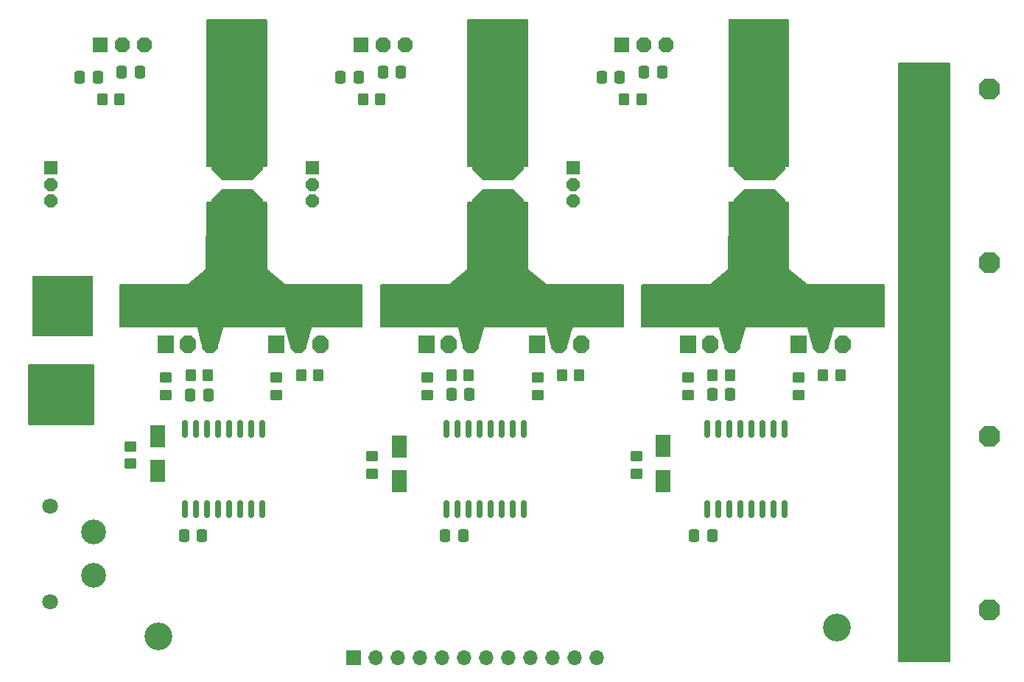
<source format=gbr>
%TF.GenerationSoftware,KiCad,Pcbnew,(7.0.0)*%
%TF.CreationDate,2023-04-01T11:09:39+07:00*%
%TF.ProjectId,gut-kontrol-1kW,6775742d-6b6f-46e7-9472-6f6c2d316b57,rev?*%
%TF.SameCoordinates,Original*%
%TF.FileFunction,Soldermask,Top*%
%TF.FilePolarity,Negative*%
%FSLAX46Y46*%
G04 Gerber Fmt 4.6, Leading zero omitted, Abs format (unit mm)*
G04 Created by KiCad (PCBNEW (7.0.0)) date 2023-04-01 11:09:39*
%MOMM*%
%LPD*%
G01*
G04 APERTURE LIST*
G04 Aperture macros list*
%AMRoundRect*
0 Rectangle with rounded corners*
0 $1 Rounding radius*
0 $2 $3 $4 $5 $6 $7 $8 $9 X,Y pos of 4 corners*
0 Add a 4 corners polygon primitive as box body*
4,1,4,$2,$3,$4,$5,$6,$7,$8,$9,$2,$3,0*
0 Add four circle primitives for the rounded corners*
1,1,$1+$1,$2,$3*
1,1,$1+$1,$4,$5*
1,1,$1+$1,$6,$7*
1,1,$1+$1,$8,$9*
0 Add four rect primitives between the rounded corners*
20,1,$1+$1,$2,$3,$4,$5,0*
20,1,$1+$1,$4,$5,$6,$7,0*
20,1,$1+$1,$6,$7,$8,$9,0*
20,1,$1+$1,$8,$9,$2,$3,0*%
%AMFreePoly0*
4,1,17,1.174443,2.785355,2.785356,1.174443,2.800000,1.139088,2.800000,-1.139088,2.785356,-1.174443,1.174443,-2.785355,1.139088,-2.800000,-1.139088,-2.800000,-1.174443,-2.785356,-2.785355,-1.174443,-2.800000,-1.139088,-2.800000,1.139088,-2.785354,1.174443,-1.174443,2.785356,-1.139088,2.800000,1.139088,2.800000,1.174443,2.785355,1.174443,2.785355,$1*%
%AMFreePoly1*
4,1,13,0.937855,0.985355,0.952500,0.950000,0.952500,-0.950000,0.937855,-0.985355,0.902500,-1.000000,-0.902500,-1.000000,-0.937855,-0.985355,-0.952500,-0.950000,-0.952500,0.950000,-0.937855,0.985355,-0.902500,1.000000,0.902500,1.000000,0.937855,0.985355,0.937855,0.985355,$1*%
%AMFreePoly2*
4,1,17,0.409183,0.985355,0.937855,0.456683,0.952500,0.421328,0.952500,-0.421328,0.937855,-0.456683,0.409183,-0.985355,0.373828,-1.000000,-0.373828,-1.000000,-0.409183,-0.985355,-0.937855,-0.456683,-0.952500,-0.421328,-0.952500,0.421328,-0.937855,0.456683,-0.409183,0.985355,-0.373828,1.000000,0.373828,1.000000,0.409183,0.985355,0.409183,0.985355,$1*%
%AMFreePoly3*
4,1,14,0.735355,0.735355,0.750000,0.700000,0.750000,-0.700000,0.735355,-0.735355,0.700000,-0.750000,0.000000,-0.750000,-0.700000,-0.750000,-0.735355,-0.735355,-0.750000,-0.700000,-0.750000,0.700000,-0.735355,0.735355,-0.700000,0.750000,0.700000,0.750000,0.735355,0.735355,0.735355,0.735355,$1*%
%AMFreePoly4*
4,1,18,0.325305,0.735355,0.735355,0.325305,0.750000,0.289950,0.750000,-0.289950,0.735355,-0.325306,0.325305,-0.735355,0.289950,-0.750000,0.000000,-0.750000,-0.289950,-0.750000,-0.325306,-0.735355,-0.735355,-0.325305,-0.750000,-0.289950,-0.750000,0.289950,-0.735355,0.325305,-0.325306,0.735355,-0.289950,0.750000,0.289950,0.750000,0.325305,0.735355,0.325305,0.735355,$1*%
%AMFreePoly5*
4,1,18,0.180331,0.385355,0.385355,0.180330,0.400000,0.144975,0.400000,-0.144975,0.385355,-0.180331,0.180330,-0.385355,0.144975,-0.400000,0.000000,-0.400000,-0.144975,-0.400000,-0.180330,-0.385354,-0.385355,-0.180330,-0.400000,-0.144975,-0.400000,0.144975,-0.385355,0.180331,-0.180330,0.385355,-0.144975,0.400000,0.144975,0.400000,0.180331,0.385355,0.180331,0.385355,$1*%
%AMFreePoly6*
4,1,17,3.272004,2.985355,4.485355,1.772004,4.500000,1.736649,4.500000,-1.736649,4.485355,-1.772005,3.272004,-2.985355,3.236649,-3.000000,-3.236649,-3.000000,-3.272005,-2.985355,-4.485355,-1.772004,-4.500000,-1.736649,-4.500000,1.736649,-4.485354,1.772004,-3.272005,2.985355,-3.236649,3.000000,3.236649,3.000000,3.272004,2.985355,3.272004,2.985355,$1*%
%AMFreePoly7*
4,1,13,0.835355,0.835355,0.850000,0.800000,0.850000,-0.800000,0.835355,-0.835355,0.800000,-0.850000,-0.800000,-0.850000,-0.835355,-0.835355,-0.850000,-0.800000,-0.850000,0.800000,-0.835355,0.835355,-0.800000,0.850000,0.800000,0.850000,0.835355,0.835355,0.835355,0.835355,$1*%
%AMFreePoly8*
4,1,17,0.366726,0.835355,0.835355,0.366726,0.850000,0.331371,0.850000,-0.331371,0.835355,-0.366727,0.366726,-0.835355,0.331371,-0.850000,-0.331371,-0.850000,-0.366727,-0.835355,-0.835355,-0.366726,-0.850000,-0.331371,-0.850000,0.331371,-0.835355,0.366726,-0.366727,0.835355,-0.331371,0.850000,0.331371,0.850000,0.366726,0.835355,0.366726,0.835355,$1*%
%AMFreePoly9*
4,1,13,1.185355,1.185355,1.200000,1.150000,1.200000,-1.150000,1.185355,-1.185355,1.150000,-1.200000,-1.150000,-1.200000,-1.185355,-1.185355,-1.200000,-1.150000,-1.200000,1.150000,-1.185355,1.185355,-1.150000,1.200000,1.150000,1.200000,1.185355,1.185355,1.185355,1.185355,$1*%
%AMFreePoly10*
4,1,17,0.511701,1.185355,1.185356,0.511701,1.200000,0.476346,1.200000,-0.476346,1.185356,-0.511701,0.511701,-1.185355,0.476346,-1.200000,-0.476346,-1.200000,-0.511701,-1.185356,-1.185355,-0.511701,-1.200000,-0.476346,-1.200000,0.476346,-1.185354,0.511701,-0.511701,1.185356,-0.476346,1.200000,0.476346,1.200000,0.511701,1.185355,0.511701,1.185355,$1*%
G04 Aperture macros list end*
%ADD10RoundRect,0.250000X0.337500X0.475000X-0.337500X0.475000X-0.337500X-0.475000X0.337500X-0.475000X0*%
%ADD11C,3.200000*%
%ADD12RoundRect,0.250000X-0.350000X-0.450000X0.350000X-0.450000X0.350000X0.450000X-0.350000X0.450000X0*%
%ADD13RoundRect,0.250000X0.450000X-0.350000X0.450000X0.350000X-0.450000X0.350000X-0.450000X-0.350000X0*%
%ADD14FreePoly0,0.000000*%
%ADD15FreePoly1,0.000000*%
%ADD16FreePoly2,0.000000*%
%ADD17FreePoly3,270.000000*%
%ADD18FreePoly4,270.000000*%
%ADD19FreePoly5,335.000000*%
%ADD20FreePoly5,205.000000*%
%ADD21FreePoly5,270.000000*%
%ADD22FreePoly6,270.000000*%
%ADD23RoundRect,0.250000X-0.337500X-0.475000X0.337500X-0.475000X0.337500X0.475000X-0.337500X0.475000X0*%
%ADD24RoundRect,0.250000X0.350000X0.450000X-0.350000X0.450000X-0.350000X-0.450000X0.350000X-0.450000X0*%
%ADD25R,1.800000X2.500000*%
%ADD26FreePoly7,90.000000*%
%ADD27FreePoly8,90.000000*%
%ADD28R,1.700000X1.700000*%
%ADD29O,1.700000X1.700000*%
%ADD30RoundRect,0.150000X-0.150000X0.875000X-0.150000X-0.875000X0.150000X-0.875000X0.150000X0.875000X0*%
%ADD31FreePoly9,0.000000*%
%ADD32FreePoly10,0.000000*%
%ADD33C,1.800000*%
%ADD34C,2.850000*%
G04 APERTURE END LIST*
D10*
%TO.C,C1*%
X60749000Y-96266000D03*
X58674000Y-96266000D03*
%TD*%
D11*
%TO.C,REF\u002A\u002A*%
X55000000Y-124000000D03*
%TD*%
D12*
%TO.C,R17*%
X78530000Y-62230000D03*
X80530000Y-62230000D03*
%TD*%
D13*
%TO.C,R6*%
X79577000Y-105317064D03*
X79577000Y-103317064D03*
%TD*%
D14*
%TO.C,J1*%
X64200000Y-57000000D03*
%TD*%
D15*
%TO.C,Q1*%
X55850000Y-90390000D03*
D16*
X58390000Y-90390000D03*
X60930000Y-90390000D03*
%TD*%
D17*
%TO.C,U5*%
X72675000Y-70100000D03*
D18*
X72675000Y-72010000D03*
X72675000Y-73920000D03*
D19*
X94705000Y-73060000D03*
D20*
X93445000Y-73060000D03*
D21*
X95735000Y-73810000D03*
X92415000Y-73810000D03*
X96125000Y-75010000D03*
X92025000Y-75010000D03*
X96125000Y-76340000D03*
X92025000Y-76340000D03*
D22*
X94075000Y-77010000D03*
D21*
X96125000Y-77680000D03*
X92025000Y-77680000D03*
X96125000Y-79010000D03*
X92025000Y-79010000D03*
X95735000Y-80210000D03*
X92415000Y-80210000D03*
X94705000Y-80960000D03*
X93445000Y-80960000D03*
X94705000Y-63060000D03*
X93445000Y-63060000D03*
X95735000Y-63810000D03*
X92415000Y-63810000D03*
X96125000Y-65010000D03*
X92025000Y-65010000D03*
X96125000Y-66340000D03*
X92025000Y-66340000D03*
D22*
X94075000Y-67010000D03*
D21*
X96125000Y-67680000D03*
X92025000Y-67680000D03*
X96125000Y-69010000D03*
X92025000Y-69010000D03*
X95735000Y-70210000D03*
X92415000Y-70210000D03*
D20*
X94705000Y-70960000D03*
D19*
X93445000Y-70960000D03*
%TD*%
D23*
%TO.C,C15*%
X75952500Y-59690000D03*
X78027500Y-59690000D03*
%TD*%
D24*
%TO.C,R12*%
X90690000Y-93964000D03*
X88690000Y-93964000D03*
%TD*%
D25*
%TO.C,D3*%
X113025531Y-102122935D03*
X113025531Y-106122935D03*
%TD*%
D15*
%TO.C,Q3*%
X85850000Y-90390000D03*
D16*
X88390000Y-90390000D03*
X90930000Y-90390000D03*
%TD*%
D24*
%TO.C,R13*%
X103390000Y-93964000D03*
X101390000Y-93964000D03*
%TD*%
D13*
%TO.C,R7*%
X109925532Y-105300000D03*
X109925532Y-103300000D03*
%TD*%
D25*
%TO.C,D2*%
X82676999Y-102139999D03*
X82676999Y-106139999D03*
%TD*%
D12*
%TO.C,R18*%
X108530000Y-62230000D03*
X110530000Y-62230000D03*
%TD*%
D13*
%TO.C,R9*%
X98580000Y-96234000D03*
X98580000Y-94234000D03*
%TD*%
D26*
%TO.C,J10*%
X108275000Y-55915000D03*
D27*
X110815000Y-55915000D03*
X113355000Y-55915000D03*
%TD*%
D23*
%TO.C,C14*%
X45952500Y-59690000D03*
X48027500Y-59690000D03*
%TD*%
D15*
%TO.C,Q2*%
X68550000Y-90390000D03*
D16*
X71090000Y-90390000D03*
X73630000Y-90390000D03*
%TD*%
D23*
%TO.C,C16*%
X105952500Y-59690000D03*
X108027500Y-59690000D03*
%TD*%
D13*
%TO.C,R2*%
X55880000Y-96234000D03*
X55880000Y-94234000D03*
%TD*%
D10*
%TO.C,C5*%
X90742500Y-96164000D03*
X88667500Y-96164000D03*
%TD*%
D14*
%TO.C,J4*%
X44000000Y-86000000D03*
%TD*%
D10*
%TO.C,C6*%
X120742500Y-96164000D03*
X118667500Y-96164000D03*
%TD*%
D15*
%TO.C,Q6*%
X128550000Y-90390000D03*
D16*
X131090000Y-90390000D03*
X133630000Y-90390000D03*
%TD*%
D13*
%TO.C,R11*%
X128580000Y-96234000D03*
X128580000Y-94234000D03*
%TD*%
D28*
%TO.C,J7*%
X77469999Y-126491999D03*
D29*
X80009999Y-126491999D03*
X82549999Y-126491999D03*
X85089999Y-126491999D03*
X87629999Y-126491999D03*
X90169999Y-126491999D03*
X92709999Y-126491999D03*
X95249999Y-126491999D03*
X97789999Y-126491999D03*
X100329999Y-126491999D03*
X102869999Y-126491999D03*
X105409999Y-126491999D03*
%TD*%
D14*
%TO.C,J3*%
X124200000Y-57000000D03*
%TD*%
D30*
%TO.C,U1*%
X66975000Y-100114000D03*
X65705000Y-100114000D03*
X64435000Y-100114000D03*
X63165000Y-100114000D03*
X61895000Y-100114000D03*
X60625000Y-100114000D03*
X59355000Y-100114000D03*
X58085000Y-100114000D03*
X58085000Y-109414000D03*
X59355000Y-109414000D03*
X60625000Y-109414000D03*
X61895000Y-109414000D03*
X63165000Y-109414000D03*
X64435000Y-109414000D03*
X65705000Y-109414000D03*
X66975000Y-109414000D03*
%TD*%
D10*
%TO.C,C11*%
X52875000Y-59055000D03*
X50800000Y-59055000D03*
%TD*%
D31*
%TO.C,C10*%
X143000000Y-121000000D03*
D32*
X150500000Y-121000000D03*
%TD*%
D15*
%TO.C,Q4*%
X98550000Y-90390000D03*
D16*
X101090000Y-90390000D03*
X103630000Y-90390000D03*
%TD*%
D24*
%TO.C,R14*%
X120690000Y-93964000D03*
X118690000Y-93964000D03*
%TD*%
D26*
%TO.C,J8*%
X48275000Y-55915000D03*
D27*
X50815000Y-55915000D03*
X53355000Y-55915000D03*
%TD*%
D13*
%TO.C,R10*%
X115880000Y-96234000D03*
X115880000Y-94234000D03*
%TD*%
D33*
%TO.C,U7*%
X42545000Y-120015000D03*
X42545000Y-109015000D03*
D34*
X47545000Y-117015000D03*
X47545000Y-112015000D03*
%TD*%
D14*
%TO.C,J2*%
X94200000Y-57000000D03*
%TD*%
D17*
%TO.C,U6*%
X102675000Y-70100000D03*
D18*
X102675000Y-72010000D03*
X102675000Y-73920000D03*
D19*
X124705000Y-73060000D03*
D20*
X123445000Y-73060000D03*
D21*
X125735000Y-73810000D03*
X122415000Y-73810000D03*
X126125000Y-75010000D03*
X122025000Y-75010000D03*
X126125000Y-76340000D03*
X122025000Y-76340000D03*
D22*
X124075000Y-77010000D03*
D21*
X126125000Y-77680000D03*
X122025000Y-77680000D03*
X126125000Y-79010000D03*
X122025000Y-79010000D03*
X125735000Y-80210000D03*
X122415000Y-80210000D03*
X124705000Y-80960000D03*
X123445000Y-80960000D03*
X124705000Y-63060000D03*
X123445000Y-63060000D03*
X125735000Y-63810000D03*
X122415000Y-63810000D03*
X126125000Y-65010000D03*
X122025000Y-65010000D03*
X126125000Y-66340000D03*
X122025000Y-66340000D03*
D22*
X124075000Y-67010000D03*
D21*
X126125000Y-67680000D03*
X122025000Y-67680000D03*
X126125000Y-69010000D03*
X122025000Y-69010000D03*
X125735000Y-70210000D03*
X122415000Y-70210000D03*
D20*
X124705000Y-70960000D03*
D19*
X123445000Y-70960000D03*
%TD*%
D31*
%TO.C,C9*%
X143000000Y-101000000D03*
D32*
X150500000Y-101000000D03*
%TD*%
D25*
%TO.C,D1*%
X54924935Y-100962935D03*
X54924935Y-104962935D03*
%TD*%
D24*
%TO.C,R15*%
X133390000Y-93964000D03*
X131390000Y-93964000D03*
%TD*%
D23*
%TO.C,C2*%
X57962500Y-112404000D03*
X60037500Y-112404000D03*
%TD*%
D26*
%TO.C,J9*%
X78275000Y-55915000D03*
D27*
X80815000Y-55915000D03*
X83355000Y-55915000D03*
%TD*%
D14*
%TO.C,J5*%
X44000000Y-95885000D03*
%TD*%
D13*
%TO.C,R3*%
X68580000Y-96234000D03*
X68580000Y-94234000D03*
%TD*%
D30*
%TO.C,U4*%
X126975000Y-100114000D03*
X125705000Y-100114000D03*
X124435000Y-100114000D03*
X123165000Y-100114000D03*
X121895000Y-100114000D03*
X120625000Y-100114000D03*
X119355000Y-100114000D03*
X118085000Y-100114000D03*
X118085000Y-109414000D03*
X119355000Y-109414000D03*
X120625000Y-109414000D03*
X121895000Y-109414000D03*
X123165000Y-109414000D03*
X124435000Y-109414000D03*
X125705000Y-109414000D03*
X126975000Y-109414000D03*
%TD*%
D13*
%TO.C,R8*%
X85880000Y-96234000D03*
X85880000Y-94234000D03*
%TD*%
D30*
%TO.C,U3*%
X96975000Y-100114000D03*
X95705000Y-100114000D03*
X94435000Y-100114000D03*
X93165000Y-100114000D03*
X91895000Y-100114000D03*
X90625000Y-100114000D03*
X89355000Y-100114000D03*
X88085000Y-100114000D03*
X88085000Y-109414000D03*
X89355000Y-109414000D03*
X90625000Y-109414000D03*
X91895000Y-109414000D03*
X93165000Y-109414000D03*
X94435000Y-109414000D03*
X95705000Y-109414000D03*
X96975000Y-109414000D03*
%TD*%
D11*
%TO.C,REF\u002A\u002A*%
X133000000Y-123000000D03*
%TD*%
D10*
%TO.C,C13*%
X112875000Y-59055000D03*
X110800000Y-59055000D03*
%TD*%
D24*
%TO.C,R5*%
X73390000Y-93964000D03*
X71390000Y-93964000D03*
%TD*%
D23*
%TO.C,C3*%
X87962500Y-112404000D03*
X90037500Y-112404000D03*
%TD*%
D13*
%TO.C,R1*%
X51824936Y-104140000D03*
X51824936Y-102140000D03*
%TD*%
D23*
%TO.C,C4*%
X116558500Y-112400000D03*
X118633500Y-112400000D03*
%TD*%
D31*
%TO.C,C7*%
X143000000Y-61000000D03*
D32*
X150500000Y-61000000D03*
%TD*%
D24*
%TO.C,R4*%
X60690000Y-93964000D03*
X58690000Y-93964000D03*
%TD*%
D10*
%TO.C,C12*%
X82875000Y-59055000D03*
X80800000Y-59055000D03*
%TD*%
D15*
%TO.C,Q5*%
X115850000Y-90390000D03*
D16*
X118390000Y-90390000D03*
X120930000Y-90390000D03*
%TD*%
D31*
%TO.C,C8*%
X143000000Y-81000000D03*
D32*
X150500000Y-81000000D03*
%TD*%
D12*
%TO.C,R16*%
X48530000Y-62230000D03*
X50530000Y-62230000D03*
%TD*%
D17*
%TO.C,U2*%
X42675000Y-70100000D03*
D18*
X42675000Y-72010000D03*
X42675000Y-73920000D03*
D19*
X64705000Y-73060000D03*
D20*
X63445000Y-73060000D03*
D21*
X65735000Y-73810000D03*
X62415000Y-73810000D03*
X66125000Y-75010000D03*
X62025000Y-75010000D03*
X66125000Y-76340000D03*
X62025000Y-76340000D03*
D22*
X64075000Y-77010000D03*
D21*
X66125000Y-77680000D03*
X62025000Y-77680000D03*
X66125000Y-79010000D03*
X62025000Y-79010000D03*
X65735000Y-80210000D03*
X62415000Y-80210000D03*
X64705000Y-80960000D03*
X63445000Y-80960000D03*
X64705000Y-63060000D03*
X63445000Y-63060000D03*
X65735000Y-63810000D03*
X62415000Y-63810000D03*
X66125000Y-65010000D03*
X62025000Y-65010000D03*
X66125000Y-66340000D03*
X62025000Y-66340000D03*
D22*
X64075000Y-67010000D03*
D21*
X66125000Y-67680000D03*
X62025000Y-67680000D03*
X66125000Y-69010000D03*
X62025000Y-69010000D03*
X65735000Y-70210000D03*
X62415000Y-70210000D03*
D20*
X64705000Y-70960000D03*
D19*
X63445000Y-70960000D03*
%TD*%
G36*
X145937000Y-58016881D02*
G01*
X145983119Y-58063000D01*
X146000000Y-58126000D01*
X146000000Y-126874000D01*
X145983119Y-126937000D01*
X145937000Y-126983119D01*
X145874000Y-127000000D01*
X140126000Y-127000000D01*
X140063000Y-126983119D01*
X140016881Y-126937000D01*
X140000000Y-126874000D01*
X140000000Y-58126000D01*
X140016881Y-58063000D01*
X140063000Y-58016881D01*
X140126000Y-58000000D01*
X145874000Y-58000000D01*
X145937000Y-58016881D01*
G37*
G36*
X62487051Y-88138147D02*
G01*
X62502445Y-88138892D01*
X62514582Y-88140070D01*
X62526825Y-88141860D01*
X62538802Y-88144209D01*
X62550810Y-88147174D01*
X62562476Y-88150661D01*
X62574141Y-88154771D01*
X62585434Y-88159375D01*
X62596661Y-88164600D01*
X62607453Y-88170274D01*
X62618101Y-88176547D01*
X62628296Y-88183238D01*
X62638307Y-88190525D01*
X62647801Y-88198164D01*
X62657049Y-88206373D01*
X62665769Y-88214902D01*
X62674181Y-88223968D01*
X62682030Y-88233295D01*
X62689530Y-88243136D01*
X62696444Y-88253182D01*
X62702960Y-88263706D01*
X62708868Y-88274368D01*
X62714332Y-88285463D01*
X62719182Y-88296646D01*
X62723546Y-88308211D01*
X62727292Y-88319807D01*
X62730524Y-88331760D01*
X62733134Y-88343671D01*
X62734713Y-88353023D01*
X62731998Y-88407274D01*
X62706698Y-88455342D01*
X62663513Y-88488291D01*
X62610471Y-88500000D01*
X62468029Y-88500000D01*
X62456275Y-88502592D01*
X62450659Y-88513238D01*
X61950662Y-90331410D01*
X61925338Y-90379413D01*
X61882172Y-90412311D01*
X61829172Y-90424000D01*
X60042378Y-90424000D01*
X59988489Y-90411894D01*
X59944954Y-90377904D01*
X59920140Y-90328560D01*
X59466389Y-88513558D01*
X59460914Y-88502671D01*
X59449022Y-88500000D01*
X59309441Y-88500000D01*
X59255892Y-88488055D01*
X59212496Y-88454483D01*
X59187481Y-88405652D01*
X59185592Y-88350819D01*
X59187746Y-88339311D01*
X59190525Y-88327592D01*
X59193906Y-88315863D01*
X59197789Y-88304468D01*
X59202280Y-88293100D01*
X59207229Y-88282135D01*
X59212776Y-88271262D01*
X59218756Y-88260808D01*
X59225321Y-88250506D01*
X59232268Y-88240674D01*
X59239789Y-88231042D01*
X59247632Y-88221930D01*
X59256027Y-88213069D01*
X59264724Y-88204728D01*
X59273938Y-88196700D01*
X59283374Y-88189239D01*
X59293298Y-88182136D01*
X59303415Y-88175603D01*
X59313994Y-88169467D01*
X59324685Y-88163931D01*
X59335768Y-88158848D01*
X59346924Y-88154362D01*
X59358480Y-88150345D01*
X59370033Y-88146939D01*
X59381890Y-88144051D01*
X59393713Y-88141764D01*
X59405806Y-88140019D01*
X59417784Y-88138871D01*
X59432990Y-88138144D01*
X59439007Y-88138000D01*
X62480960Y-88138000D01*
X62487051Y-88138147D01*
G37*
G36*
X122487051Y-88138147D02*
G01*
X122502445Y-88138892D01*
X122514582Y-88140070D01*
X122526825Y-88141860D01*
X122538802Y-88144209D01*
X122550810Y-88147174D01*
X122562476Y-88150661D01*
X122574141Y-88154771D01*
X122585434Y-88159375D01*
X122596661Y-88164600D01*
X122607453Y-88170274D01*
X122618101Y-88176547D01*
X122628296Y-88183238D01*
X122638307Y-88190525D01*
X122647801Y-88198164D01*
X122657049Y-88206373D01*
X122665769Y-88214902D01*
X122674181Y-88223968D01*
X122682030Y-88233295D01*
X122689530Y-88243136D01*
X122696444Y-88253182D01*
X122702960Y-88263706D01*
X122708868Y-88274368D01*
X122714332Y-88285463D01*
X122719182Y-88296646D01*
X122723546Y-88308211D01*
X122727292Y-88319807D01*
X122730524Y-88331760D01*
X122733134Y-88343671D01*
X122734713Y-88353023D01*
X122731998Y-88407274D01*
X122706698Y-88455342D01*
X122663513Y-88488291D01*
X122610471Y-88500000D01*
X122468029Y-88500000D01*
X122456275Y-88502592D01*
X122450659Y-88513238D01*
X121950662Y-90331410D01*
X121925338Y-90379413D01*
X121882172Y-90412311D01*
X121829172Y-90424000D01*
X120042378Y-90424000D01*
X119988489Y-90411894D01*
X119944954Y-90377904D01*
X119920140Y-90328560D01*
X119466389Y-88513558D01*
X119460914Y-88502671D01*
X119449022Y-88500000D01*
X119309441Y-88500000D01*
X119255892Y-88488055D01*
X119212496Y-88454483D01*
X119187481Y-88405652D01*
X119185592Y-88350819D01*
X119187746Y-88339311D01*
X119190525Y-88327592D01*
X119193906Y-88315863D01*
X119197789Y-88304468D01*
X119202280Y-88293100D01*
X119207229Y-88282135D01*
X119212776Y-88271262D01*
X119218756Y-88260808D01*
X119225321Y-88250506D01*
X119232268Y-88240674D01*
X119239789Y-88231042D01*
X119247632Y-88221930D01*
X119256027Y-88213069D01*
X119264724Y-88204728D01*
X119273938Y-88196700D01*
X119283374Y-88189239D01*
X119293298Y-88182136D01*
X119303415Y-88175603D01*
X119313994Y-88169467D01*
X119324685Y-88163931D01*
X119335768Y-88158848D01*
X119346924Y-88154362D01*
X119358480Y-88150345D01*
X119370033Y-88146939D01*
X119381890Y-88144051D01*
X119393713Y-88141764D01*
X119405806Y-88140019D01*
X119417784Y-88138871D01*
X119432990Y-88138144D01*
X119439007Y-88138000D01*
X122480960Y-88138000D01*
X122487051Y-88138147D01*
G37*
G36*
X67437000Y-74016881D02*
G01*
X67483119Y-74063000D01*
X67500000Y-74126000D01*
X67500000Y-81773992D01*
X67502849Y-81786646D01*
X67510851Y-81796863D01*
X69587625Y-83493159D01*
X69596626Y-83498238D01*
X69606816Y-83500000D01*
X78374000Y-83500000D01*
X78437000Y-83516881D01*
X78483119Y-83563000D01*
X78500000Y-83626000D01*
X78500000Y-88374000D01*
X78483119Y-88437000D01*
X78437000Y-88483119D01*
X78374000Y-88500000D01*
X72644539Y-88500000D01*
X72632785Y-88502592D01*
X72627169Y-88513238D01*
X72586422Y-88661410D01*
X72561098Y-88709413D01*
X72517932Y-88742311D01*
X72464932Y-88754000D01*
X69752061Y-88754000D01*
X69698172Y-88741894D01*
X69654637Y-88707904D01*
X69629823Y-88658560D01*
X69593572Y-88513558D01*
X69588097Y-88502671D01*
X69576205Y-88500000D01*
X62468029Y-88500000D01*
X62456275Y-88502592D01*
X62450659Y-88513238D01*
X62409912Y-88661410D01*
X62384588Y-88709413D01*
X62341422Y-88742311D01*
X62288422Y-88754000D01*
X59624878Y-88754000D01*
X59570989Y-88741894D01*
X59527454Y-88707904D01*
X59502640Y-88658560D01*
X59466389Y-88513558D01*
X59460914Y-88502671D01*
X59449022Y-88500000D01*
X50626000Y-88500000D01*
X50563000Y-88483119D01*
X50516881Y-88437000D01*
X50500000Y-88374000D01*
X50500000Y-83626000D01*
X50516881Y-83563000D01*
X50563000Y-83516881D01*
X50626000Y-83500000D01*
X58408949Y-83500000D01*
X58419329Y-83498165D01*
X58428454Y-83492880D01*
X60442488Y-81796809D01*
X60450230Y-81786724D01*
X60453032Y-81774324D01*
X60499243Y-74125239D01*
X60516376Y-74062561D01*
X60562461Y-74016754D01*
X60625241Y-74000000D01*
X67374000Y-74000000D01*
X67437000Y-74016881D01*
G37*
G36*
X47437000Y-82516881D02*
G01*
X47483119Y-82563000D01*
X47500000Y-82626000D01*
X47500000Y-89374000D01*
X47483119Y-89437000D01*
X47437000Y-89483119D01*
X47374000Y-89500000D01*
X40626000Y-89500000D01*
X40563000Y-89483119D01*
X40516881Y-89437000D01*
X40500000Y-89374000D01*
X40500000Y-82626000D01*
X40516881Y-82563000D01*
X40563000Y-82516881D01*
X40626000Y-82500000D01*
X47374000Y-82500000D01*
X47437000Y-82516881D01*
G37*
G36*
X47577000Y-92706881D02*
G01*
X47623119Y-92753000D01*
X47640000Y-92816000D01*
X47640000Y-99564000D01*
X47623119Y-99627000D01*
X47577000Y-99673119D01*
X47514000Y-99690000D01*
X40131000Y-99690000D01*
X40068000Y-99673119D01*
X40021881Y-99627000D01*
X40005000Y-99564000D01*
X40005000Y-92816000D01*
X40021881Y-92753000D01*
X40068000Y-92706881D01*
X40131000Y-92690000D01*
X47514000Y-92690000D01*
X47577000Y-92706881D01*
G37*
G36*
X97437000Y-53016881D02*
G01*
X97483119Y-53063000D01*
X97500000Y-53126000D01*
X97500000Y-69874000D01*
X97483119Y-69937000D01*
X97437000Y-69983119D01*
X97374000Y-70000000D01*
X90626000Y-70000000D01*
X90563000Y-69983119D01*
X90516881Y-69937000D01*
X90500000Y-69874000D01*
X90500000Y-53126000D01*
X90516881Y-53063000D01*
X90563000Y-53016881D01*
X90626000Y-53000000D01*
X97374000Y-53000000D01*
X97437000Y-53016881D01*
G37*
G36*
X127437000Y-53016881D02*
G01*
X127483119Y-53063000D01*
X127500000Y-53126000D01*
X127500000Y-69874000D01*
X127483119Y-69937000D01*
X127437000Y-69983119D01*
X127374000Y-70000000D01*
X120626000Y-70000000D01*
X120563000Y-69983119D01*
X120516881Y-69937000D01*
X120500000Y-69874000D01*
X120500000Y-53126000D01*
X120516881Y-53063000D01*
X120563000Y-53016881D01*
X120626000Y-53000000D01*
X127374000Y-53000000D01*
X127437000Y-53016881D01*
G37*
G36*
X92487051Y-88138147D02*
G01*
X92502445Y-88138892D01*
X92514582Y-88140070D01*
X92526825Y-88141860D01*
X92538802Y-88144209D01*
X92550810Y-88147174D01*
X92562476Y-88150661D01*
X92574141Y-88154771D01*
X92585434Y-88159375D01*
X92596661Y-88164600D01*
X92607453Y-88170274D01*
X92618101Y-88176547D01*
X92628296Y-88183238D01*
X92638307Y-88190525D01*
X92647801Y-88198164D01*
X92657049Y-88206373D01*
X92665769Y-88214902D01*
X92674181Y-88223968D01*
X92682030Y-88233295D01*
X92689530Y-88243136D01*
X92696444Y-88253182D01*
X92702960Y-88263706D01*
X92708868Y-88274368D01*
X92714332Y-88285463D01*
X92719182Y-88296646D01*
X92723546Y-88308211D01*
X92727292Y-88319807D01*
X92730524Y-88331760D01*
X92733134Y-88343671D01*
X92734713Y-88353023D01*
X92731998Y-88407274D01*
X92706698Y-88455342D01*
X92663513Y-88488291D01*
X92610471Y-88500000D01*
X92468029Y-88500000D01*
X92456275Y-88502592D01*
X92450659Y-88513238D01*
X91950662Y-90331410D01*
X91925338Y-90379413D01*
X91882172Y-90412311D01*
X91829172Y-90424000D01*
X90042378Y-90424000D01*
X89988489Y-90411894D01*
X89944954Y-90377904D01*
X89920140Y-90328560D01*
X89466389Y-88513558D01*
X89460914Y-88502671D01*
X89449022Y-88500000D01*
X89309441Y-88500000D01*
X89255892Y-88488055D01*
X89212496Y-88454483D01*
X89187481Y-88405652D01*
X89185592Y-88350819D01*
X89187746Y-88339311D01*
X89190525Y-88327592D01*
X89193906Y-88315863D01*
X89197789Y-88304468D01*
X89202280Y-88293100D01*
X89207229Y-88282135D01*
X89212776Y-88271262D01*
X89218756Y-88260808D01*
X89225321Y-88250506D01*
X89232268Y-88240674D01*
X89239789Y-88231042D01*
X89247632Y-88221930D01*
X89256027Y-88213069D01*
X89264724Y-88204728D01*
X89273938Y-88196700D01*
X89283374Y-88189239D01*
X89293298Y-88182136D01*
X89303415Y-88175603D01*
X89313994Y-88169467D01*
X89324685Y-88163931D01*
X89335768Y-88158848D01*
X89346924Y-88154362D01*
X89358480Y-88150345D01*
X89370033Y-88146939D01*
X89381890Y-88144051D01*
X89393713Y-88141764D01*
X89405806Y-88140019D01*
X89417784Y-88138871D01*
X89432990Y-88138144D01*
X89439007Y-88138000D01*
X92480960Y-88138000D01*
X92487051Y-88138147D01*
G37*
G36*
X102637723Y-88232102D02*
G01*
X102653117Y-88232847D01*
X102665254Y-88234025D01*
X102677497Y-88235815D01*
X102689474Y-88238164D01*
X102701482Y-88241129D01*
X102713148Y-88244616D01*
X102724813Y-88248726D01*
X102736106Y-88253330D01*
X102747333Y-88258555D01*
X102758146Y-88264241D01*
X102760199Y-88265451D01*
X102805791Y-88311785D01*
X102822220Y-88374679D01*
X102805114Y-88437391D01*
X102759026Y-88483232D01*
X102696222Y-88500000D01*
X102644539Y-88500000D01*
X102632785Y-88502592D01*
X102627169Y-88513238D01*
X102101334Y-90425365D01*
X102076010Y-90473368D01*
X102032844Y-90506266D01*
X101979844Y-90517955D01*
X100193050Y-90517955D01*
X100139161Y-90505849D01*
X100095626Y-90471859D01*
X100070812Y-90422515D01*
X99593572Y-88513559D01*
X99588097Y-88502671D01*
X99576205Y-88500000D01*
X99525153Y-88500000D01*
X99462202Y-88483148D01*
X99416091Y-88437099D01*
X99399153Y-88374171D01*
X99415920Y-88311198D01*
X99461906Y-88265024D01*
X99464637Y-88263439D01*
X99475357Y-88257886D01*
X99486440Y-88252803D01*
X99497596Y-88248317D01*
X99509152Y-88244300D01*
X99520705Y-88240894D01*
X99532562Y-88238006D01*
X99544385Y-88235719D01*
X99556478Y-88233974D01*
X99568456Y-88232826D01*
X99583662Y-88232099D01*
X99589679Y-88231955D01*
X102631632Y-88231955D01*
X102637723Y-88232102D01*
G37*
G36*
X72637723Y-88232102D02*
G01*
X72653117Y-88232847D01*
X72665254Y-88234025D01*
X72677497Y-88235815D01*
X72689474Y-88238164D01*
X72701482Y-88241129D01*
X72713148Y-88244616D01*
X72724813Y-88248726D01*
X72736106Y-88253330D01*
X72747333Y-88258555D01*
X72758146Y-88264241D01*
X72760199Y-88265451D01*
X72805791Y-88311785D01*
X72822220Y-88374679D01*
X72805114Y-88437391D01*
X72759026Y-88483232D01*
X72696222Y-88500000D01*
X72644539Y-88500000D01*
X72632785Y-88502592D01*
X72627169Y-88513238D01*
X72101334Y-90425365D01*
X72076010Y-90473368D01*
X72032844Y-90506266D01*
X71979844Y-90517955D01*
X70193050Y-90517955D01*
X70139161Y-90505849D01*
X70095626Y-90471859D01*
X70070812Y-90422515D01*
X69593572Y-88513559D01*
X69588097Y-88502671D01*
X69576205Y-88500000D01*
X69525153Y-88500000D01*
X69462202Y-88483148D01*
X69416091Y-88437099D01*
X69399153Y-88374171D01*
X69415920Y-88311198D01*
X69461906Y-88265024D01*
X69464637Y-88263439D01*
X69475357Y-88257886D01*
X69486440Y-88252803D01*
X69497596Y-88248317D01*
X69509152Y-88244300D01*
X69520705Y-88240894D01*
X69532562Y-88238006D01*
X69544385Y-88235719D01*
X69556478Y-88233974D01*
X69568456Y-88232826D01*
X69583662Y-88232099D01*
X69589679Y-88231955D01*
X72631632Y-88231955D01*
X72637723Y-88232102D01*
G37*
G36*
X67437000Y-53016881D02*
G01*
X67483119Y-53063000D01*
X67500000Y-53126000D01*
X67500000Y-69874000D01*
X67483119Y-69937000D01*
X67437000Y-69983119D01*
X67374000Y-70000000D01*
X60626000Y-70000000D01*
X60563000Y-69983119D01*
X60516881Y-69937000D01*
X60500000Y-69874000D01*
X60500000Y-53126000D01*
X60516881Y-53063000D01*
X60563000Y-53016881D01*
X60626000Y-53000000D01*
X67374000Y-53000000D01*
X67437000Y-53016881D01*
G37*
G36*
X132637723Y-88232102D02*
G01*
X132653117Y-88232847D01*
X132665254Y-88234025D01*
X132677497Y-88235815D01*
X132689474Y-88238164D01*
X132701482Y-88241129D01*
X132713148Y-88244616D01*
X132724813Y-88248726D01*
X132736106Y-88253330D01*
X132747333Y-88258555D01*
X132758146Y-88264241D01*
X132760199Y-88265451D01*
X132805791Y-88311785D01*
X132822220Y-88374679D01*
X132805114Y-88437391D01*
X132759026Y-88483232D01*
X132696222Y-88500000D01*
X132644539Y-88500000D01*
X132632785Y-88502592D01*
X132627169Y-88513238D01*
X132101334Y-90425365D01*
X132076010Y-90473368D01*
X132032844Y-90506266D01*
X131979844Y-90517955D01*
X130193050Y-90517955D01*
X130139161Y-90505849D01*
X130095626Y-90471859D01*
X130070812Y-90422515D01*
X129593572Y-88513559D01*
X129588097Y-88502671D01*
X129576205Y-88500000D01*
X129525153Y-88500000D01*
X129462202Y-88483148D01*
X129416091Y-88437099D01*
X129399153Y-88374171D01*
X129415920Y-88311198D01*
X129461906Y-88265024D01*
X129464637Y-88263439D01*
X129475357Y-88257886D01*
X129486440Y-88252803D01*
X129497596Y-88248317D01*
X129509152Y-88244300D01*
X129520705Y-88240894D01*
X129532562Y-88238006D01*
X129544385Y-88235719D01*
X129556478Y-88233974D01*
X129568456Y-88232826D01*
X129583662Y-88232099D01*
X129589679Y-88231955D01*
X132631632Y-88231955D01*
X132637723Y-88232102D01*
G37*
G36*
X127437000Y-74016881D02*
G01*
X127483119Y-74063000D01*
X127500000Y-74126000D01*
X127500000Y-81773992D01*
X127502849Y-81786646D01*
X127510851Y-81796863D01*
X129587625Y-83493159D01*
X129596626Y-83498238D01*
X129606816Y-83500000D01*
X138374000Y-83500000D01*
X138437000Y-83516881D01*
X138483119Y-83563000D01*
X138500000Y-83626000D01*
X138500000Y-88374000D01*
X138483119Y-88437000D01*
X138437000Y-88483119D01*
X138374000Y-88500000D01*
X132644539Y-88500000D01*
X132632785Y-88502592D01*
X132627169Y-88513238D01*
X132586422Y-88661410D01*
X132561098Y-88709413D01*
X132517932Y-88742311D01*
X132464932Y-88754000D01*
X129752061Y-88754000D01*
X129698172Y-88741894D01*
X129654637Y-88707904D01*
X129629823Y-88658560D01*
X129593572Y-88513558D01*
X129588097Y-88502671D01*
X129576205Y-88500000D01*
X122468029Y-88500000D01*
X122456275Y-88502592D01*
X122450659Y-88513238D01*
X122409912Y-88661410D01*
X122384588Y-88709413D01*
X122341422Y-88742311D01*
X122288422Y-88754000D01*
X119624878Y-88754000D01*
X119570989Y-88741894D01*
X119527454Y-88707904D01*
X119502640Y-88658560D01*
X119466389Y-88513558D01*
X119460914Y-88502671D01*
X119449022Y-88500000D01*
X110626000Y-88500000D01*
X110563000Y-88483119D01*
X110516881Y-88437000D01*
X110500000Y-88374000D01*
X110500000Y-83626000D01*
X110516881Y-83563000D01*
X110563000Y-83516881D01*
X110626000Y-83500000D01*
X118408949Y-83500000D01*
X118419329Y-83498165D01*
X118428454Y-83492880D01*
X120442488Y-81796809D01*
X120450230Y-81786724D01*
X120453032Y-81774324D01*
X120499243Y-74125239D01*
X120516376Y-74062561D01*
X120562461Y-74016754D01*
X120625241Y-74000000D01*
X127374000Y-74000000D01*
X127437000Y-74016881D01*
G37*
G36*
X97437000Y-74016881D02*
G01*
X97483119Y-74063000D01*
X97500000Y-74126000D01*
X97500000Y-81773992D01*
X97502849Y-81786646D01*
X97510851Y-81796863D01*
X99587625Y-83493159D01*
X99596626Y-83498238D01*
X99606816Y-83500000D01*
X108374000Y-83500000D01*
X108437000Y-83516881D01*
X108483119Y-83563000D01*
X108500000Y-83626000D01*
X108500000Y-88374000D01*
X108483119Y-88437000D01*
X108437000Y-88483119D01*
X108374000Y-88500000D01*
X102644539Y-88500000D01*
X102632785Y-88502592D01*
X102627169Y-88513238D01*
X102586422Y-88661410D01*
X102561098Y-88709413D01*
X102517932Y-88742311D01*
X102464932Y-88754000D01*
X99752061Y-88754000D01*
X99698172Y-88741894D01*
X99654637Y-88707904D01*
X99629823Y-88658560D01*
X99593572Y-88513558D01*
X99588097Y-88502671D01*
X99576205Y-88500000D01*
X92468029Y-88500000D01*
X92456275Y-88502592D01*
X92450659Y-88513238D01*
X92409912Y-88661410D01*
X92384588Y-88709413D01*
X92341422Y-88742311D01*
X92288422Y-88754000D01*
X89624878Y-88754000D01*
X89570989Y-88741894D01*
X89527454Y-88707904D01*
X89502640Y-88658560D01*
X89466389Y-88513558D01*
X89460914Y-88502671D01*
X89449022Y-88500000D01*
X80626000Y-88500000D01*
X80563000Y-88483119D01*
X80516881Y-88437000D01*
X80500000Y-88374000D01*
X80500000Y-83626000D01*
X80516881Y-83563000D01*
X80563000Y-83516881D01*
X80626000Y-83500000D01*
X88408949Y-83500000D01*
X88419329Y-83498165D01*
X88428454Y-83492880D01*
X90442488Y-81796809D01*
X90450230Y-81786724D01*
X90453032Y-81774324D01*
X90499243Y-74125239D01*
X90516376Y-74062561D01*
X90562461Y-74016754D01*
X90625241Y-74000000D01*
X97374000Y-74000000D01*
X97437000Y-74016881D01*
G37*
M02*

</source>
